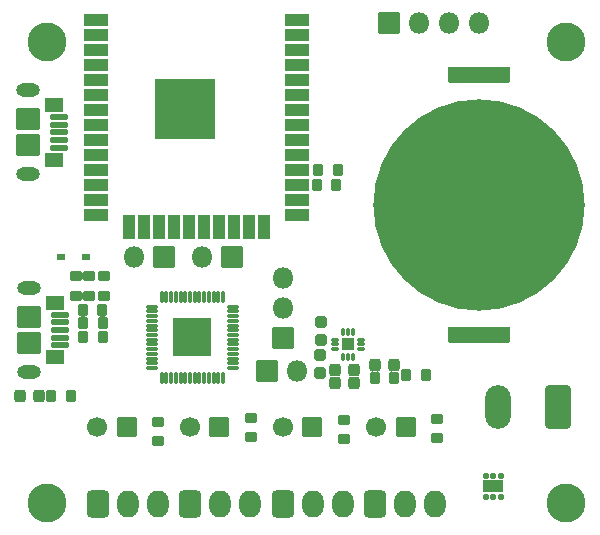
<source format=gts>
G04 #@! TF.GenerationSoftware,KiCad,Pcbnew,(6.0.7)*
G04 #@! TF.CreationDate,2022-10-27T11:48:24+02:00*
G04 #@! TF.ProjectId,mainControl,6d61696e-436f-46e7-9472-6f6c2e6b6963,rev?*
G04 #@! TF.SameCoordinates,Original*
G04 #@! TF.FileFunction,Soldermask,Top*
G04 #@! TF.FilePolarity,Negative*
%FSLAX46Y46*%
G04 Gerber Fmt 4.6, Leading zero omitted, Abs format (unit mm)*
G04 Created by KiCad (PCBNEW (6.0.7)) date 2022-10-27 11:48:24*
%MOMM*%
%LPD*%
G01*
G04 APERTURE LIST*
G04 Aperture macros list*
%AMRoundRect*
0 Rectangle with rounded corners*
0 $1 Rounding radius*
0 $2 $3 $4 $5 $6 $7 $8 $9 X,Y pos of 4 corners*
0 Add a 4 corners polygon primitive as box body*
4,1,4,$2,$3,$4,$5,$6,$7,$8,$9,$2,$3,0*
0 Add four circle primitives for the rounded corners*
1,1,$1+$1,$2,$3*
1,1,$1+$1,$4,$5*
1,1,$1+$1,$6,$7*
1,1,$1+$1,$8,$9*
0 Add four rect primitives between the rounded corners*
20,1,$1+$1,$2,$3,$4,$5,0*
20,1,$1+$1,$4,$5,$6,$7,0*
20,1,$1+$1,$6,$7,$8,$9,0*
20,1,$1+$1,$8,$9,$2,$3,0*%
G04 Aperture macros list end*
%ADD10RoundRect,0.250000X-0.275000X0.200000X-0.275000X-0.200000X0.275000X-0.200000X0.275000X0.200000X0*%
%ADD11RoundRect,0.250000X-0.200000X-0.275000X0.200000X-0.275000X0.200000X0.275000X-0.200000X0.275000X0*%
%ADD12RoundRect,0.050000X0.850000X-0.850000X0.850000X0.850000X-0.850000X0.850000X-0.850000X-0.850000X0*%
%ADD13O,1.800000X1.800000*%
%ADD14RoundRect,0.268750X-0.218750X-0.256250X0.218750X-0.256250X0.218750X0.256250X-0.218750X0.256250X0*%
%ADD15RoundRect,0.050000X-1.000000X-0.450000X1.000000X-0.450000X1.000000X0.450000X-1.000000X0.450000X0*%
%ADD16RoundRect,0.050000X0.450000X-1.000000X0.450000X1.000000X-0.450000X1.000000X-0.450000X-1.000000X0*%
%ADD17RoundRect,0.050000X-2.500000X-2.500000X2.500000X-2.500000X2.500000X2.500000X-2.500000X2.500000X0*%
%ADD18RoundRect,0.050000X2.540000X-0.635000X2.540000X0.635000X-2.540000X0.635000X-2.540000X-0.635000X0*%
%ADD19C,17.900000*%
%ADD20RoundRect,0.300000X-0.620000X-0.845000X0.620000X-0.845000X0.620000X0.845000X-0.620000X0.845000X0*%
%ADD21O,1.840000X2.290000*%
%ADD22RoundRect,0.250000X0.275000X-0.200000X0.275000X0.200000X-0.275000X0.200000X-0.275000X-0.200000X0*%
%ADD23RoundRect,0.250000X0.200000X0.275000X-0.200000X0.275000X-0.200000X-0.275000X0.200000X-0.275000X0*%
%ADD24RoundRect,0.275000X0.250000X-0.225000X0.250000X0.225000X-0.250000X0.225000X-0.250000X-0.225000X0*%
%ADD25RoundRect,0.050000X0.850000X0.850000X-0.850000X0.850000X-0.850000X-0.850000X0.850000X-0.850000X0*%
%ADD26O,0.300000X0.800000*%
%ADD27O,0.800000X0.300000*%
%ADD28RoundRect,0.050000X0.500000X-0.500000X0.500000X0.500000X-0.500000X0.500000X-0.500000X-0.500000X0*%
%ADD29C,3.300000*%
%ADD30RoundRect,0.050000X-0.850000X0.850000X-0.850000X-0.850000X0.850000X-0.850000X0.850000X0.850000X0*%
%ADD31RoundRect,0.143750X-0.106250X0.093750X-0.106250X-0.093750X0.106250X-0.093750X0.106250X0.093750X0*%
%ADD32RoundRect,0.050000X-0.800000X0.500000X-0.800000X-0.500000X0.800000X-0.500000X0.800000X0.500000X0*%
%ADD33RoundRect,0.050000X0.800000X0.800000X-0.800000X0.800000X-0.800000X-0.800000X0.800000X-0.800000X0*%
%ADD34C,1.700000*%
%ADD35RoundRect,0.050000X-0.300000X-0.225000X0.300000X-0.225000X0.300000X0.225000X-0.300000X0.225000X0*%
%ADD36RoundRect,0.299999X0.790001X1.550001X-0.790001X1.550001X-0.790001X-1.550001X0.790001X-1.550001X0*%
%ADD37O,2.180000X3.700000*%
%ADD38RoundRect,0.050000X-0.700000X0.200000X-0.700000X-0.200000X0.700000X-0.200000X0.700000X0.200000X0*%
%ADD39RoundRect,0.050000X-0.950000X0.875000X-0.950000X-0.875000X0.950000X-0.875000X0.950000X0.875000X0*%
%ADD40RoundRect,0.050000X-0.725000X0.575000X-0.725000X-0.575000X0.725000X-0.575000X0.725000X0.575000X0*%
%ADD41O,2.000000X1.150000*%
%ADD42RoundRect,0.275000X0.225000X0.250000X-0.225000X0.250000X-0.225000X-0.250000X0.225000X-0.250000X0*%
%ADD43RoundRect,0.275000X-0.250000X0.225000X-0.250000X-0.225000X0.250000X-0.225000X0.250000X0.225000X0*%
%ADD44RoundRect,0.100000X0.050000X-0.387500X0.050000X0.387500X-0.050000X0.387500X-0.050000X-0.387500X0*%
%ADD45RoundRect,0.100000X0.387500X-0.050000X0.387500X0.050000X-0.387500X0.050000X-0.387500X-0.050000X0*%
%ADD46RoundRect,0.050000X1.600000X-1.600000X1.600000X1.600000X-1.600000X1.600000X-1.600000X-1.600000X0*%
G04 APERTURE END LIST*
D10*
X75470000Y-154830000D03*
X75470000Y-156480000D03*
D11*
X76075000Y-158800000D03*
X77725000Y-158800000D03*
D12*
X91650000Y-162875000D03*
D13*
X94190000Y-162875000D03*
D14*
X70735000Y-164979533D03*
X72310000Y-164979533D03*
D15*
X77200000Y-133145000D03*
X77200000Y-134415000D03*
X77200000Y-135685000D03*
X77200000Y-136955000D03*
X77200000Y-138225000D03*
X77200000Y-139495000D03*
X77200000Y-140765000D03*
X77200000Y-142035000D03*
X77200000Y-143305000D03*
X77200000Y-144575000D03*
X77200000Y-145845000D03*
X77200000Y-147115000D03*
X77200000Y-148385000D03*
X77200000Y-149655000D03*
D16*
X79985000Y-150655000D03*
X81255000Y-150655000D03*
X82525000Y-150655000D03*
X83795000Y-150655000D03*
X85065000Y-150655000D03*
X86335000Y-150655000D03*
X87605000Y-150655000D03*
X88875000Y-150655000D03*
X90145000Y-150655000D03*
X91415000Y-150655000D03*
D15*
X94200000Y-149655000D03*
X94200000Y-148385000D03*
X94200000Y-147115000D03*
X94200000Y-145845000D03*
X94200000Y-144575000D03*
X94200000Y-143305000D03*
X94200000Y-142035000D03*
X94200000Y-140765000D03*
X94200000Y-139495000D03*
X94200000Y-138225000D03*
X94200000Y-136955000D03*
X94200000Y-135685000D03*
X94200000Y-134415000D03*
X94200000Y-133145000D03*
D17*
X84700000Y-140645000D03*
D18*
X109600000Y-159785000D03*
X109600000Y-137815000D03*
D19*
X109600000Y-148800000D03*
D11*
X76045000Y-157655000D03*
X77695000Y-157655000D03*
D20*
X100800000Y-174100000D03*
D21*
X103340000Y-174100000D03*
X105880000Y-174100000D03*
D22*
X98150000Y-168625000D03*
X98150000Y-166975000D03*
D23*
X97625000Y-145800000D03*
X95975000Y-145800000D03*
D24*
X96200000Y-160250000D03*
X96200000Y-158700000D03*
D12*
X101950000Y-133375000D03*
D13*
X104490000Y-133375000D03*
X107030000Y-133375000D03*
X109570000Y-133375000D03*
D25*
X93000000Y-160075000D03*
D13*
X93000000Y-157535000D03*
X93000000Y-154995000D03*
D26*
X98100000Y-161675000D03*
X98500000Y-161675000D03*
X98900000Y-161675000D03*
D27*
X99575000Y-161000000D03*
X99575000Y-160600000D03*
X99575000Y-160200000D03*
D26*
X98900000Y-159525000D03*
X98500000Y-159525000D03*
X98100000Y-159525000D03*
D27*
X97425000Y-160200000D03*
X97425000Y-160600000D03*
X97425000Y-161000000D03*
D28*
X98500000Y-160600000D03*
D14*
X97412500Y-163900000D03*
X98987500Y-163900000D03*
D23*
X97525000Y-147100000D03*
X95875000Y-147100000D03*
D29*
X117000000Y-174000000D03*
D30*
X82900000Y-153225000D03*
D13*
X80360000Y-153225000D03*
D31*
X111450000Y-171712500D03*
X110800000Y-171712500D03*
X110150000Y-171712500D03*
X110150000Y-173487500D03*
X110800000Y-173487500D03*
X111450000Y-173487500D03*
D32*
X110800000Y-172600000D03*
D23*
X75025000Y-165000000D03*
X73375000Y-165000000D03*
D33*
X87582380Y-167600000D03*
D34*
X85082380Y-167600000D03*
D20*
X85160000Y-174120000D03*
D21*
X87700000Y-174120000D03*
X90240000Y-174120000D03*
D11*
X103429524Y-163200000D03*
X105079524Y-163200000D03*
X76070000Y-159950000D03*
X77720000Y-159950000D03*
X100775000Y-163400000D03*
X102425000Y-163400000D03*
D29*
X117000000Y-135000000D03*
D20*
X93000000Y-174100000D03*
D21*
X95540000Y-174100000D03*
X98080000Y-174100000D03*
D33*
X103382380Y-167600000D03*
D34*
X100882380Y-167600000D03*
D35*
X74220000Y-153155000D03*
X76320000Y-153155000D03*
D33*
X95482380Y-167600000D03*
D34*
X92982380Y-167600000D03*
D36*
X116240000Y-165877500D03*
D37*
X111160000Y-165877500D03*
D29*
X73000000Y-135000000D03*
X73000000Y-174000000D03*
D30*
X88700000Y-153225000D03*
D13*
X86160000Y-153225000D03*
D22*
X82400000Y-168775000D03*
X82400000Y-167125000D03*
D20*
X77360000Y-174120000D03*
D21*
X79900000Y-174120000D03*
X82440000Y-174120000D03*
D22*
X77870000Y-156480000D03*
X77870000Y-154830000D03*
D38*
X74120000Y-158080000D03*
X74120000Y-158730000D03*
X74120000Y-159380000D03*
X74120000Y-160030000D03*
X74120000Y-160680000D03*
D39*
X71470000Y-158255000D03*
D40*
X73700000Y-157060000D03*
D39*
X71470000Y-160505000D03*
D41*
X71470000Y-162955000D03*
D40*
X73700000Y-161700000D03*
D41*
X71470000Y-155805000D03*
D38*
X74050000Y-141325000D03*
X74050000Y-141975000D03*
X74050000Y-142625000D03*
X74050000Y-143275000D03*
X74050000Y-143925000D03*
D40*
X73630000Y-140305000D03*
D39*
X71400000Y-143750000D03*
D41*
X71400000Y-139050000D03*
D39*
X71400000Y-141500000D03*
D41*
X71400000Y-146200000D03*
D40*
X73630000Y-144945000D03*
D42*
X98975000Y-162800000D03*
X97425000Y-162800000D03*
D43*
X96100000Y-161500000D03*
X96100000Y-163050000D03*
D44*
X82725000Y-163437500D03*
X83125000Y-163437500D03*
X83525000Y-163437500D03*
X83925000Y-163437500D03*
X84325000Y-163437500D03*
X84725000Y-163437500D03*
X85125000Y-163437500D03*
X85525000Y-163437500D03*
X85925000Y-163437500D03*
X86325000Y-163437500D03*
X86725000Y-163437500D03*
X87125000Y-163437500D03*
X87525000Y-163437500D03*
X87925000Y-163437500D03*
D45*
X88762500Y-162600000D03*
X88762500Y-162200000D03*
X88762500Y-161800000D03*
X88762500Y-161400000D03*
X88762500Y-161000000D03*
X88762500Y-160600000D03*
X88762500Y-160200000D03*
X88762500Y-159800000D03*
X88762500Y-159400000D03*
X88762500Y-159000000D03*
X88762500Y-158600000D03*
X88762500Y-158200000D03*
X88762500Y-157800000D03*
X88762500Y-157400000D03*
D44*
X87925000Y-156562500D03*
X87525000Y-156562500D03*
X87125000Y-156562500D03*
X86725000Y-156562500D03*
X86325000Y-156562500D03*
X85925000Y-156562500D03*
X85525000Y-156562500D03*
X85125000Y-156562500D03*
X84725000Y-156562500D03*
X84325000Y-156562500D03*
X83925000Y-156562500D03*
X83525000Y-156562500D03*
X83125000Y-156562500D03*
X82725000Y-156562500D03*
D45*
X81887500Y-157400000D03*
X81887500Y-157800000D03*
X81887500Y-158200000D03*
X81887500Y-158600000D03*
X81887500Y-159000000D03*
X81887500Y-159400000D03*
X81887500Y-159800000D03*
X81887500Y-160200000D03*
X81887500Y-160600000D03*
X81887500Y-161000000D03*
X81887500Y-161400000D03*
X81887500Y-161800000D03*
X81887500Y-162200000D03*
X81887500Y-162600000D03*
D46*
X85325000Y-160000000D03*
D22*
X106050000Y-168525000D03*
X106050000Y-166875000D03*
X90250000Y-168475000D03*
X90250000Y-166825000D03*
D10*
X76570000Y-154830000D03*
X76570000Y-156480000D03*
D33*
X79782380Y-167600000D03*
D34*
X77282380Y-167600000D03*
D42*
X102375000Y-162300000D03*
X100825000Y-162300000D03*
G36*
X99294066Y-163305269D02*
G01*
X99294456Y-163307231D01*
X99294037Y-163307939D01*
X99271573Y-163332454D01*
X99273173Y-163369081D01*
X99295062Y-163390970D01*
X99295580Y-163392902D01*
X99294166Y-163394316D01*
X99293258Y-163394346D01*
X99206051Y-163377000D01*
X98768949Y-163377000D01*
X98672808Y-163396123D01*
X98670914Y-163395480D01*
X98670524Y-163393518D01*
X98670943Y-163392810D01*
X98690927Y-163371001D01*
X98689327Y-163334375D01*
X98665943Y-163310991D01*
X98663213Y-163309718D01*
X98662066Y-163308079D01*
X98662911Y-163306267D01*
X98664448Y-163305943D01*
X98750199Y-163323000D01*
X99199801Y-163323000D01*
X99292172Y-163304626D01*
X99294066Y-163305269D01*
G37*
G36*
X97200199Y-163323000D02*
G01*
X97649801Y-163323000D01*
X97735552Y-163305943D01*
X97737446Y-163306586D01*
X97737836Y-163308548D01*
X97736787Y-163309718D01*
X97734099Y-163310972D01*
X97709073Y-163338282D01*
X97710672Y-163374908D01*
X97728391Y-163392627D01*
X97728909Y-163394559D01*
X97727495Y-163395973D01*
X97726587Y-163396003D01*
X97631051Y-163377000D01*
X97193949Y-163377000D01*
X97106563Y-163394382D01*
X97104669Y-163393739D01*
X97104279Y-163391777D01*
X97104698Y-163391069D01*
X97128427Y-163365174D01*
X97126828Y-163328548D01*
X97106347Y-163308067D01*
X97105829Y-163306135D01*
X97107243Y-163304721D01*
X97108151Y-163304691D01*
X97200199Y-163323000D01*
G37*
G36*
X100600199Y-162823000D02*
G01*
X101049801Y-162823000D01*
X101135553Y-162805943D01*
X101137447Y-162806586D01*
X101137837Y-162808548D01*
X101136788Y-162809718D01*
X101120803Y-162817172D01*
X101120219Y-162817342D01*
X101112636Y-162818340D01*
X101080558Y-162836861D01*
X101071082Y-162872224D01*
X101089541Y-162904194D01*
X101099206Y-162909927D01*
X101116565Y-162917602D01*
X101117169Y-162918016D01*
X101131480Y-162932302D01*
X101131999Y-162934233D01*
X101130586Y-162935648D01*
X101128956Y-162935380D01*
X101069892Y-162895915D01*
X100974801Y-162877000D01*
X100575199Y-162877000D01*
X100498942Y-162892168D01*
X100497048Y-162891525D01*
X100496658Y-162889563D01*
X100497102Y-162888828D01*
X100521669Y-162862986D01*
X100520741Y-162826347D01*
X100501917Y-162807175D01*
X100501417Y-162805239D01*
X100502844Y-162803837D01*
X100503734Y-162803812D01*
X100600199Y-162823000D01*
G37*
G36*
X102698549Y-162804378D02*
G01*
X102698939Y-162806340D01*
X102698520Y-162807048D01*
X102677975Y-162829468D01*
X102679574Y-162866082D01*
X102702700Y-162888749D01*
X102703237Y-162890675D01*
X102701837Y-162892104D01*
X102700910Y-162892139D01*
X102624801Y-162877000D01*
X102225199Y-162877000D01*
X102130108Y-162895915D01*
X102070856Y-162935505D01*
X102068860Y-162935636D01*
X102067749Y-162933973D01*
X102068330Y-162932429D01*
X102082470Y-162918265D01*
X102083073Y-162917850D01*
X102100702Y-162910019D01*
X102126223Y-162883171D01*
X102125296Y-162846573D01*
X102098538Y-162821137D01*
X102087730Y-162818388D01*
X102079780Y-162817342D01*
X102079196Y-162817172D01*
X102063210Y-162809718D01*
X102062063Y-162808079D01*
X102062908Y-162806267D01*
X102064445Y-162805943D01*
X102150199Y-162823000D01*
X102599801Y-162823000D01*
X102696655Y-162803735D01*
X102698549Y-162804378D01*
G37*
G36*
X77969909Y-158164080D02*
G01*
X77970299Y-158166042D01*
X77969217Y-158167227D01*
X77951972Y-158174887D01*
X77951393Y-158175045D01*
X77926092Y-158178016D01*
X77893755Y-158196088D01*
X77883787Y-158231315D01*
X77901713Y-158263391D01*
X77925308Y-158273152D01*
X77926526Y-158274738D01*
X77925761Y-158276586D01*
X77924543Y-158277000D01*
X77525199Y-158277000D01*
X77451985Y-158291563D01*
X77450091Y-158290920D01*
X77449701Y-158288958D01*
X77450783Y-158287773D01*
X77468028Y-158280113D01*
X77468607Y-158279955D01*
X77493908Y-158276984D01*
X77526245Y-158258912D01*
X77536213Y-158223685D01*
X77518287Y-158191609D01*
X77494692Y-158181848D01*
X77493474Y-158180262D01*
X77494239Y-158178414D01*
X77495457Y-158178000D01*
X77894801Y-158178000D01*
X77968015Y-158163437D01*
X77969909Y-158164080D01*
G37*
G36*
X76319909Y-158164080D02*
G01*
X76320299Y-158166042D01*
X76319217Y-158167227D01*
X76301972Y-158174887D01*
X76301393Y-158175045D01*
X76276092Y-158178016D01*
X76243755Y-158196088D01*
X76233787Y-158231315D01*
X76251713Y-158263391D01*
X76275308Y-158273152D01*
X76276526Y-158274738D01*
X76275761Y-158276586D01*
X76274543Y-158277000D01*
X75875199Y-158277000D01*
X75801985Y-158291563D01*
X75800091Y-158290920D01*
X75799701Y-158288958D01*
X75800783Y-158287773D01*
X75818028Y-158280113D01*
X75818607Y-158279955D01*
X75843908Y-158276984D01*
X75876245Y-158258912D01*
X75886213Y-158223685D01*
X75868287Y-158191609D01*
X75844692Y-158181848D01*
X75843474Y-158180262D01*
X75844239Y-158178414D01*
X75845457Y-158178000D01*
X76244801Y-158178000D01*
X76318015Y-158163437D01*
X76319909Y-158164080D01*
G37*
G36*
X75979837Y-156195393D02*
G01*
X76002833Y-156217253D01*
X76039460Y-156216325D01*
X76060078Y-156195671D01*
X76062009Y-156195152D01*
X76063424Y-156196565D01*
X76063455Y-156197474D01*
X76047000Y-156280199D01*
X76047000Y-156679801D01*
X76063503Y-156762767D01*
X76062860Y-156764661D01*
X76060898Y-156765051D01*
X76060163Y-156764607D01*
X76037167Y-156742747D01*
X76000540Y-156743675D01*
X75979922Y-156764329D01*
X75977991Y-156764848D01*
X75976576Y-156763435D01*
X75976545Y-156762526D01*
X75993000Y-156679801D01*
X75993000Y-156280199D01*
X75976497Y-156197233D01*
X75977140Y-156195339D01*
X75979102Y-156194949D01*
X75979837Y-156195393D01*
G37*
G36*
X75979837Y-154545393D02*
G01*
X76002833Y-154567253D01*
X76039460Y-154566325D01*
X76060078Y-154545671D01*
X76062009Y-154545152D01*
X76063424Y-154546565D01*
X76063455Y-154547474D01*
X76047000Y-154630199D01*
X76047000Y-155029801D01*
X76063503Y-155112767D01*
X76062860Y-155114661D01*
X76060898Y-155115051D01*
X76060163Y-155114607D01*
X76037167Y-155092747D01*
X76000540Y-155093675D01*
X75979922Y-155114329D01*
X75977991Y-155114848D01*
X75976576Y-155113435D01*
X75976545Y-155112526D01*
X75993000Y-155029801D01*
X75993000Y-154630199D01*
X75976497Y-154547233D01*
X75977140Y-154545339D01*
X75979102Y-154544949D01*
X75979837Y-154545393D01*
G37*
M02*

</source>
